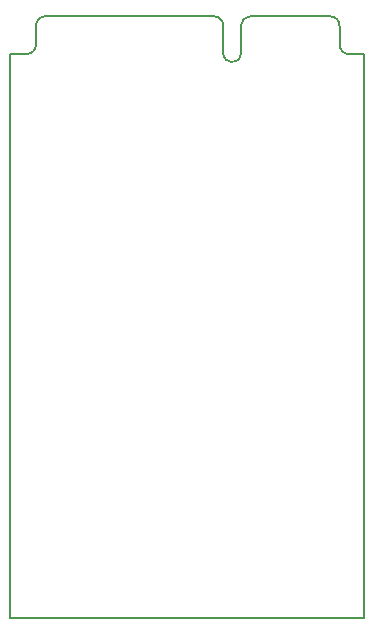
<source format=gbr>
G04 #@! TF.GenerationSoftware,KiCad,Pcbnew,(5.99.0-9801-g46d71f0d23)*
G04 #@! TF.CreationDate,2021-03-16T23:05:54+01:00*
G04 #@! TF.ProjectId,lorawan_e78-868ln22s_minipci,6c6f7261-7761-46e5-9f65-37382d383638,V1.0*
G04 #@! TF.SameCoordinates,Original*
G04 #@! TF.FileFunction,Profile,NP*
%FSLAX46Y46*%
G04 Gerber Fmt 4.6, Leading zero omitted, Abs format (unit mm)*
G04 Created by KiCad (PCBNEW (5.99.0-9801-g46d71f0d23)) date 2021-03-16 23:05:54*
%MOMM*%
%LPD*%
G01*
G04 APERTURE LIST*
G04 #@! TA.AperFunction,Profile*
%ADD10C,0.150000*%
G04 #@! TD*
G04 APERTURE END LIST*
D10*
X156137843Y-70147433D02*
X156137843Y-72467433D01*
X165987843Y-71727433D02*
G75*
G03*
X166787744Y-72539999I799901J-12566D01*
G01*
X140287942Y-70149999D02*
G75*
G02*
X141087843Y-69337433I799901J12566D01*
G01*
X165987744Y-70149999D02*
G75*
G03*
X165187843Y-69337433I-799901J12566D01*
G01*
X156137843Y-70147433D02*
G75*
G03*
X155337942Y-69334867I-799901J12566D01*
G01*
X157634598Y-70117130D02*
G75*
G02*
X158437744Y-69334867I803139J-21155D01*
G01*
X139487942Y-72539999D02*
X138067843Y-72537433D01*
X140287938Y-71737433D02*
G75*
G02*
X139487942Y-72539999I-799996J-2566D01*
G01*
X140287843Y-71737433D02*
X140287942Y-70149999D01*
X155337942Y-69334867D02*
X141087843Y-69337433D01*
X157634598Y-70117130D02*
X157634598Y-72537130D01*
X165187843Y-69337433D02*
X158437744Y-69334867D01*
X168067843Y-120287433D02*
X138067843Y-120287433D01*
X157634598Y-72537130D02*
G75*
G02*
X156137843Y-72467433I-746755J69697D01*
G01*
X168067843Y-72537433D02*
X166787744Y-72539999D01*
X165987843Y-71727433D02*
X165987744Y-70149999D01*
X168067843Y-120287433D02*
X168067843Y-72537433D01*
X138067843Y-120287433D02*
X138067843Y-72537433D01*
M02*

</source>
